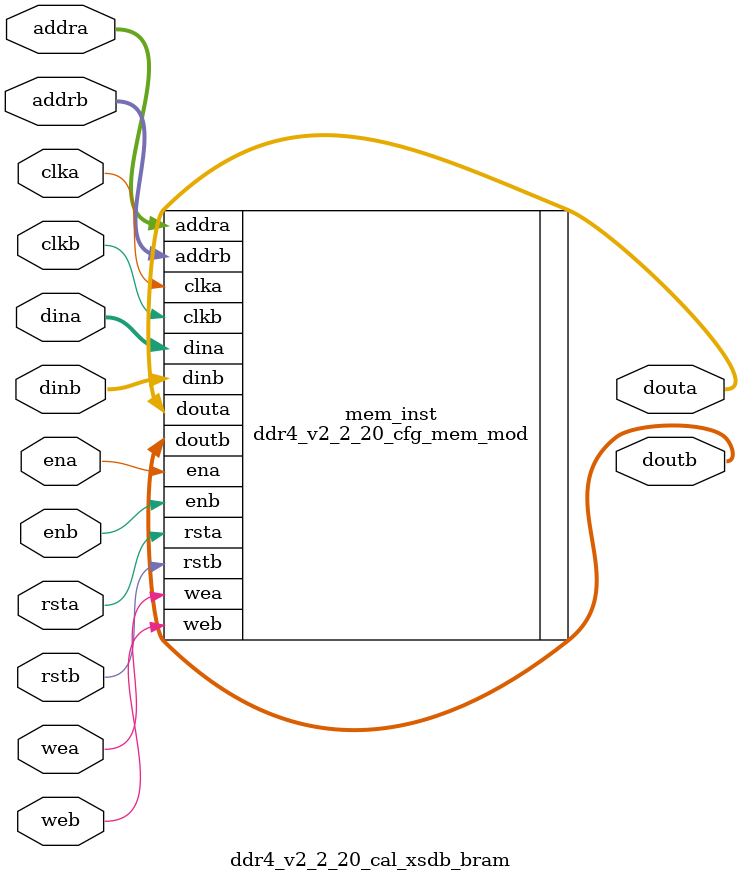
<source format=sv>
/******************************************************************************

******************************************************************************/
//   ____  ____
//  /   /\/   /
// /___/  \  /    Vendor             : AMD
// \   \   \/     Version            : 2.0
//  \   \         Application        : MIG
//  /   /         Filename           : ddr4_v2_2_20_cal_xsdb_bram.sv
// /___/   /\     Date Last Modified : $Date: 2015/04/23 $
// \   \  /  \    Date Created       : Tue May 13 2014
//  \___\/\___\
//
// Device           : UltraScale
// Design Name      : DDR4 SDRAM & DDR3 SDRAM
// Purpose          :
//                   ddr4_v2_2_20_cal_xsdb_bram module
// Reference        :
// Revision History :
//*****************************************************************************
`timescale 1ns / 1ps

(* bram_map="yes" *)

module ddr4_v2_2_20_cal_xsdb_bram
    #(	
    
		parameter       	  MEM                        	  =  "DDR4"
		,parameter       	  DBYTES                     	  =  8 //4
		,parameter            START_ADDRESS                   =  18
		,parameter  		  SPREAD_SHEET_VERSION            =  2
		,parameter            RTL_VERSION                     =  0
		,parameter            MEM_CODE                        =  0
		,parameter  		  MEMORY_TYPE                     =  (MEM == "DDR4") ? 2 : 1
		,parameter            MEMORY_CONFIGURATION            =  1
		,parameter            MEMORY_VOLTAGE                  =  1
        ,parameter            CLKFBOUT_MULT_PLL               =  4
        ,parameter            DIVCLK_DIVIDE_PLL               =  1
        ,parameter            CLKOUT0_DIVIDE_PLL              =  1
        ,parameter            CLKFBOUT_MULT_MMCM              =  4
        ,parameter            DIVCLK_DIVIDE_MMCM              =  1
        ,parameter            CLKOUT0_DIVIDE_MMCM             =  4
		,parameter  		  DQBITS	                      =  64
		,parameter			  NIBBLE                          =  DQBITS/4
		,parameter  		  BITS_PER_BYTE                   =  8 //DQBITS/DBYTES
		,parameter  		  SLOTS                   =  1
		,parameter  		  ABITS                           =  10
		,parameter  		  BABITS                          =  2
		,parameter       	  BGBITS              	          =  2
		,parameter       	  CKEBITS                  		  =  4
		,parameter       	  CSBITS             	          =  4
		,parameter       	  ODTBITS                    	  =  4
		,parameter       	  DRAM_WIDTH                 	  =  8      // # of DQ per DQS
		,parameter       	  RANKS                      	  =  4 // 1      //1, 2, 3, or 4
		,parameter            S_HEIGHT                        =  1
		,parameter       	  nCK_PER_CLK                	  =  1      // # of memory CKs per fabric CLK
        ,parameter            tCK                             =  2000		
		,parameter       	  DM_DBI_SETTING             	  =  7     //// 3bits requried all 7
		,parameter            BISC_EN                         =  0
		,parameter       	  USE_CS_PORT             	      =  1     //// 1 bit
		,parameter            EXTRA_CMD_DELAY                 =  0     //// 1 bit
		,parameter            REG_CTRL_ON                     =  0     // RDIMM register control
		,parameter            CA_MIRROR                       =  0     //// 1 bit
		,parameter       	  DQS_GATE                   	  =  7
		,parameter       	  WRLVL                      	  =  7
		,parameter       	  RDLVL                      	  =  7
		,parameter       	  RDLVL_DBI                       =  7
		,parameter       	  WR_DQS_DQ                  	  =  7
		,parameter       	  WR_DQS_DM_DBI                   =  7
		,parameter            WRITE_LAT                       =  7
		,parameter       	  RDLVL_COMPLEX                   =  3     ///2 bits required all 3
		,parameter       	  WR_DQS_COMPLEX                  =  3     ///2 bits required all 3
		,parameter       	  DQS_TRACKING               	  =  3
		,parameter       	  RD_VREF                    	  =  3
		,parameter       	  RD_VREF_PATTERN                 =  3
		,parameter       	  WR_VREF                    	  =  3
		,parameter       	  WR_VREF_PATTERN                 =  3
		,parameter       	  DQS_SAMPLE_CNT             	  =  127
		,parameter       	  WRLVL_SAMPLE_CNT           	  =  255
		,parameter       	  RDLVL_SAMPLE_CNT           	  =  127
		,parameter       	  COMPLEX_LOOP_CNT           	  =  255
		,parameter       	  IODELAY_QTR_CK_TAP_CNT     	  =  255
		,parameter       	  DEBUG_MESSAGES     	          =  0
		,parameter         	  MR0                     		  =  13'b0000000110000
		,parameter         	  MR1                     		  =  13'b0000100000001 //RTT_NOM=RZQ/4 (60 Ohm)
		,parameter         	  MR2                     		  =  13'b0000000011000
		,parameter         	  MR3                     		  =  13'b0000000000000
		,parameter         	  MR4                     		  =  13'b0000000000000
		,parameter         	  MR5                     		  =  13'b0010000000000
		,parameter         	  MR6                     		  =  13'b0100000000000
		,parameter            ODTWR                           = 16'h0000
		,parameter            ODTRD                           = 16'h0000
		,parameter            SLOT0_CONFIG                    = 0     // all 9 bits
		,parameter            SLOT1_CONFIG                    = 0     // all 9 bits
		,parameter            SLOT0_FUNC_CS                   = 0     // all 9 bits
		,parameter            SLOT1_FUNC_CS                   = 0     // all 9 bits
		,parameter            SLOT0_ODD_CS                    = 0     // all 9 bits
		,parameter            SLOT1_ODD_CS                    = 0     // all 9 bits
		,parameter            DDR4_REG_RC03                   = 0     // all 9 bits
		,parameter            DDR4_REG_RC04                   = 0     // all 9 bits
		,parameter            DDR4_REG_RC05                   = 0     // all 9 bits
		,parameter            DDR4_REG_RC3X                   = 0     // all 9 bits
		
		,parameter         	  MR0_0                   		  =  MR0[8:0]
		,parameter         	  MR0_1                   		  =  {5'b0,MR0[12:9]}
		,parameter         	  MR1_0                   		  =  MR1[8:0]
		,parameter         	  MR1_1                   		  =  {5'b0,MR1[12:9]}
		,parameter         	  MR2_0                   	 	  =  MR2[8:0]
		,parameter         	  MR2_1                   		  =  {5'b0,MR2[12:9]}
		,parameter         	  MR3_0                   		  =  MR3[8:0]
		,parameter         	  MR3_1                   		  =  {5'b0,MR3[12:9]}
		,parameter         	  MR4_0                   		  =  MR4[8:0]
		,parameter         	  MR4_1                   		  =  {5'b0,MR4[12:9]}
		,parameter         	  MR5_0                   		  =  MR5[8:0]
		,parameter         	  MR5_1                   		  =  {5'b0,MR5[12:9]}
		,parameter         	  MR6_0                   		  =  MR6[8:0]
		,parameter         	  MR6_1                   		  =  {5'b0,MR6[12:9]}
  
       ,parameter NUM_BRAMS    = 1
	   ,parameter SIZE         = 36 * 1024 * NUM_BRAMS
    // Specify INITs as 9 bit blocks (256 locations per blockRAM)
       ,parameter ADDR_WIDTH   = 16
	   ,parameter DATA_WIDTH   = 9
       ,parameter PIPELINE_REG = 1 
    )
  (
	
		clka,
		clkb,
		ena,
		enb,
		addra,
		addrb,
		dina,
		dinb,
		douta,
		doutb,
		wea,
		web,
		rsta,
		rstb
);
input clka;
input clkb;
input ena;
input enb;
input [ADDR_WIDTH-1:0]addra;
input [ADDR_WIDTH-1:0]addrb;
input [DATA_WIDTH-1:0]dina;
input [DATA_WIDTH-1:0]dinb;
input wea;
input web;
input rsta;
input rstb;
output reg [DATA_WIDTH-1:0]douta;
output reg [DATA_WIDTH-1:0]doutb;


// Initial values to the BlockRam 0
localparam [8:0] mem0_init_0 = {4'b0,START_ADDRESS[4:0]};
localparam [8:0] mem0_init_1 = 9'b0;
localparam [8:0] mem0_init_2 = 9'b0;
localparam [8:0] mem0_init_3 = {5'b0,SPREAD_SHEET_VERSION[3:0]};
localparam [8:0] mem0_init_4 = {6'b0,MEMORY_TYPE[2:0]};
localparam [8:0] mem0_init_5 = RANKS;
localparam [8:0] mem0_init_6 = DBYTES[8:0]; // MAN - repeats DBYTES parameter (may hardwire to BYTES for initial SW compatability)
localparam [8:0] mem0_init_7 = NIBBLE[8:0];
localparam [8:0] mem0_init_8 = BITS_PER_BYTE[8:0];
localparam [8:0] mem0_init_9 = 9'b1;
localparam [8:0] mem0_init_10 = 9'b1;
localparam [8:0] mem0_init_11 = 9'b1;
localparam [8:0] mem0_init_12 = SLOTS;
localparam [8:0] mem0_init_13 = 9'b0;
localparam [8:0] mem0_init_14 = 9'b0;
localparam [8:0] mem0_init_15 = 9'b0;
localparam [8:0] mem0_init_16 = 9'b0;
localparam [8:0] mem0_init_17 = 9'b0;
localparam [8:0] mem0_init_18 = RTL_VERSION[8:0];
localparam [8:0] mem0_init_19 = 9'b0;
localparam [8:0] mem0_init_20 = NUM_BRAMS[8:0];
localparam [8:0] mem0_init_21 = {BGBITS[1:0],BABITS[1:0],ABITS[4:0]};
localparam [8:0] mem0_init_22 = {ODTBITS[2:0],CSBITS[2:0],CKEBITS[2:0]};
localparam [8:0] mem0_init_23 = DBYTES[8:0];
localparam [8:0] mem0_init_24 = DRAM_WIDTH[8:0];
localparam [8:0] mem0_init_25 = {CA_MIRROR[0],REG_CTRL_ON[0],EXTRA_CMD_DELAY[0],USE_CS_PORT[0],BISC_EN[0],DM_DBI_SETTING[2:0],nCK_PER_CLK[0]};
localparam [8:0] mem0_init_26 = {RDLVL[2:0],WRLVL[2:0],DQS_GATE[2:0]};
localparam [8:0] mem0_init_27 = {WR_DQS_DM_DBI[2:0],WR_DQS_DQ[2:0],RDLVL_DBI[2:0]};
localparam [8:0] mem0_init_28 = {WR_DQS_COMPLEX[2:0],RDLVL_COMPLEX[2:0],WRITE_LAT[2:0]};
localparam [8:0] mem0_init_29 = {DEBUG_MESSAGES[0],RD_VREF_PATTERN[1:0],WR_VREF_PATTERN[1:0],RD_VREF[1:0],WR_VREF[1:0]};
localparam [8:0] mem0_init_30 = {7'b0,DQS_TRACKING[1:0]};
localparam [8:0] mem0_init_31 = DQS_SAMPLE_CNT[8:0];
localparam [8:0] mem0_init_32 = WRLVL_SAMPLE_CNT[8:0];
localparam [8:0] mem0_init_33 = RDLVL_SAMPLE_CNT[8:0];
localparam [8:0] mem0_init_34 = COMPLEX_LOOP_CNT[8:0];
localparam [8:0] mem0_init_35 = IODELAY_QTR_CK_TAP_CNT[8:0];
localparam [8:0] mem0_init_36 = {5'b0,S_HEIGHT[3:0]};
localparam [8:0] mem0_init_37 = 9'b0;
localparam [8:0] mem0_init_38 = 9'b0;
localparam [8:0] mem0_init_39 = 9'b0;
localparam [8:0] mem0_init_40 = {1'b0, ODTWR[7:0]};
localparam [8:0] mem0_init_41 = {1'b0, ODTWR[15:8]};
localparam [8:0] mem0_init_42 = {1'b0, ODTRD[7:0]};
localparam [8:0] mem0_init_43 = {1'b0, ODTRD[15:8]};
localparam [8:0] mem0_init_44 = SLOT0_CONFIG;
localparam [8:0] mem0_init_45 = SLOT1_CONFIG;
localparam [8:0] mem0_init_46 = SLOT0_FUNC_CS;
localparam [8:0] mem0_init_47 = SLOT1_FUNC_CS;
localparam [8:0] mem0_init_48 = SLOT0_ODD_CS;
localparam [8:0] mem0_init_49 = SLOT1_ODD_CS;
localparam [8:0] mem0_init_50 = DDR4_REG_RC03;
localparam [8:0] mem0_init_51 = DDR4_REG_RC04;
localparam [8:0] mem0_init_52 = DDR4_REG_RC05;
localparam [8:0] mem0_init_53 = DDR4_REG_RC3X;
localparam [8:0] mem0_init_54 = MR0_0[8:0];
localparam [8:0] mem0_init_55 = MR0_1[8:0];
localparam [8:0] mem0_init_56 = MR1_0[8:0];
localparam [8:0] mem0_init_57 = MR1_1[8:0];
localparam [8:0] mem0_init_58 = MR2_0[8:0];
localparam [8:0] mem0_init_59 = MR2_1[8:0];
localparam [8:0] mem0_init_60 = MR3_0[8:0];
localparam [8:0] mem0_init_61 = MR3_1[8:0];
localparam [8:0] mem0_init_62 = MR4_0[8:0];
localparam [8:0] mem0_init_63 = MR4_1[8:0];
localparam [8:0] mem0_init_64 = MR5_0[8:0];
localparam [8:0] mem0_init_65 = MR5_1[8:0];
localparam [8:0] mem0_init_66 = MR6_0[8:0];
localparam [8:0] mem0_init_67 = MR6_1[8:0];
localparam [8:0] mem0_init_68 = 9'b0;
localparam [8:0] mem0_init_69 = tCK[8:0];
localparam [8:0] mem0_init_70 = tCK[16:9];
localparam [8:0] mem0_init_71 = MEMORY_CONFIGURATION[8:0];
localparam [8:0] mem0_init_72 = MEMORY_VOLTAGE[8:0];
localparam [8:0] mem0_init_73 = CLKFBOUT_MULT_PLL[8:0];
localparam [8:0] mem0_init_74 = DIVCLK_DIVIDE_PLL[8:0];
localparam [8:0] mem0_init_75 = CLKFBOUT_MULT_MMCM[8:0];
localparam [8:0] mem0_init_76 = DIVCLK_DIVIDE_MMCM[8:0];
localparam [8:0] mem0_init_77 = 9'b0;
localparam [8:0] mem0_init_78 = 9'b0;
localparam [8:0] mem0_init_79 = 9'b0;
localparam [8:0] mem0_init_80 = 9'b0;
localparam [8:0] mem0_init_81 = 9'b0;
localparam [8:0] mem0_init_82 = 9'b0;
localparam [8:0] mem0_init_83 = 9'b0;
localparam [8:0] mem0_init_84 = 9'b0;
localparam [8:0] mem0_init_85 = 9'b0;
localparam [8:0] mem0_init_86 = 9'b0;
localparam [8:0] mem0_init_87 = 9'b0;
localparam [8:0] mem0_init_88 = 9'b0;
localparam [8:0] mem0_init_89 = 9'b0;
localparam [8:0] mem0_init_90 = 9'b0;
localparam [8:0] mem0_init_91 = 9'b0;
localparam [8:0] mem0_init_92 = 9'b0;
localparam [8:0] mem0_init_93 = 9'b0;
localparam [8:0] mem0_init_94 = 9'b0;
localparam [8:0] mem0_init_95 = 9'b0;
localparam [8:0] mem0_init_96 = 9'b0;
localparam [8:0] mem0_init_97 = 9'b0;
localparam [8:0] mem0_init_98 = 9'b0;
localparam [8:0] mem0_init_99 = 9'b0;
localparam [8:0] mem0_init_100 = 9'b0;
localparam [8:0] mem0_init_101 = 9'b0;
localparam [8:0] mem0_init_102 = 9'b0;
localparam [8:0] mem0_init_103 = 9'b0;
localparam [8:0] mem0_init_104 = 9'b0;
localparam [8:0] mem0_init_105 = 9'b0;
localparam [8:0] mem0_init_106 = 9'b0;
localparam [8:0] mem0_init_107 = 9'b0;
localparam [8:0] mem0_init_108 = 9'b0;
localparam [8:0] mem0_init_109 = 9'b0;
localparam [8:0] mem0_init_110 = 9'b0;
localparam [8:0] mem0_init_111 = 9'b0;
localparam [8:0] mem0_init_112 = 9'b0;
localparam [8:0] mem0_init_113 = 9'b0;
localparam [8:0] mem0_init_114 = 9'b0;
localparam [8:0] mem0_init_115 = 9'b0;
localparam [8:0] mem0_init_116 = 9'b0;
localparam [8:0] mem0_init_117 = 9'b0;
localparam [8:0] mem0_init_118 = 9'b0;
localparam [8:0] mem0_init_119 = 9'b0;
localparam [8:0] mem0_init_120 = 9'b0;
localparam [8:0] mem0_init_121 = 9'b0;
localparam [8:0] mem0_init_122 = 9'b0;
localparam [8:0] mem0_init_123 = 9'b0;
localparam [8:0] mem0_init_124 = 9'b0;
localparam [8:0] mem0_init_125 = 9'b0;
localparam [8:0] mem0_init_126 = 9'b0;
localparam [8:0] mem0_init_127 = 9'b0;
localparam [8:0] mem0_init_128 = 9'b0;
localparam [8:0] mem0_init_129 = 9'b0;
localparam [8:0] mem0_init_130 = 9'b0;
localparam [8:0] mem0_init_131 = 9'b0;
localparam [8:0] mem0_init_132 = 9'b0;
localparam [8:0] mem0_init_133 = 9'b0;
localparam [8:0] mem0_init_134 = 9'b0;
localparam [8:0] mem0_init_135 = 9'b0;
localparam [8:0] mem0_init_136 = 9'b0;
localparam [8:0] mem0_init_137 = 9'b0;
localparam [8:0] mem0_init_138 = 9'b0;
localparam [8:0] mem0_init_139 = 9'b0;
localparam [8:0] mem0_init_140 = 9'b0;
localparam [8:0] mem0_init_141 = 9'b0;
localparam [8:0] mem0_init_142 = 9'b0;
localparam [8:0] mem0_init_143 = 9'b0;
localparam [8:0] mem0_init_144 = 9'b0;
localparam [8:0] mem0_init_145 = 9'b0;
localparam [8:0] mem0_init_146 = 9'b0;
localparam [8:0] mem0_init_147 = 9'b0;
localparam [8:0] mem0_init_148 = 9'b0;
localparam [8:0] mem0_init_149 = 9'b0;
localparam [8:0] mem0_init_150 = 9'b0;
localparam [8:0] mem0_init_151 = 9'b0;
localparam [8:0] mem0_init_152 = 9'b0;
localparam [8:0] mem0_init_153 = 9'b0;
localparam [8:0] mem0_init_154 = 9'b0;
localparam [8:0] mem0_init_155 = 9'b0;
localparam [8:0] mem0_init_156 = 9'b0;
localparam [8:0] mem0_init_157 = 9'b0;
localparam [8:0] mem0_init_158 = 9'b0;
localparam [8:0] mem0_init_159 = 9'b0;
localparam [8:0] mem0_init_160 = 9'b0;
localparam [8:0] mem0_init_161 = 9'b0;
localparam [8:0] mem0_init_162 = 9'b0;
localparam [8:0] mem0_init_163 = 9'b0;
localparam [8:0] mem0_init_164 = 9'b0;
localparam [8:0] mem0_init_165 = 9'b0;
localparam [8:0] mem0_init_166 = 9'b0;
localparam [8:0] mem0_init_167 = 9'b0;
localparam [8:0] mem0_init_168 = 9'b0;
localparam [8:0] mem0_init_169 = 9'b0;
localparam [8:0] mem0_init_170 = 9'b0;
localparam [8:0] mem0_init_171 = 9'b0;
localparam [8:0] mem0_init_172 = 9'b0;
localparam [8:0] mem0_init_173 = 9'b0;
localparam [8:0] mem0_init_174 = 9'b0;
localparam [8:0] mem0_init_175 = 9'b0;
localparam [8:0] mem0_init_176 = 9'b0;
localparam [8:0] mem0_init_177 = 9'b0;
localparam [8:0] mem0_init_178 = 9'b0;
localparam [8:0] mem0_init_179 = 9'b0;
localparam [8:0] mem0_init_180 = 9'b0;
localparam [8:0] mem0_init_181 = 9'b0;
localparam [8:0] mem0_init_182 = 9'b0;
localparam [8:0] mem0_init_183 = 9'b0;
localparam [8:0] mem0_init_184 = 9'b0;
localparam [8:0] mem0_init_185 = 9'b0;
localparam [8:0] mem0_init_186 = 9'b0;
localparam [8:0] mem0_init_187 = 9'b0;
localparam [8:0] mem0_init_188 = 9'b0;
localparam [8:0] mem0_init_189 = 9'b0;
localparam [8:0] mem0_init_190 = 9'b0;
localparam [8:0] mem0_init_191 = 9'b0;
localparam [8:0] mem0_init_192 = 9'b0;
localparam [8:0] mem0_init_193 = 9'b0;
localparam [8:0] mem0_init_194 = 9'b0;
localparam [8:0] mem0_init_195 = 9'b0;
localparam [8:0] mem0_init_196 = 9'b0;
localparam [8:0] mem0_init_197 = 9'b0;
localparam [8:0] mem0_init_198 = 9'b0;
localparam [8:0] mem0_init_199 = 9'b0;
localparam [8:0] mem0_init_200 = 9'b0;
localparam [8:0] mem0_init_201 = 9'b0;
localparam [8:0] mem0_init_202 = 9'b0;
localparam [8:0] mem0_init_203 = 9'b0;
localparam [8:0] mem0_init_204 = 9'b0;
localparam [8:0] mem0_init_205 = 9'b0;
localparam [8:0] mem0_init_206 = 9'b0;
localparam [8:0] mem0_init_207 = 9'b0;
localparam [8:0] mem0_init_208 = 9'b0;
localparam [8:0] mem0_init_209 = 9'b0;
localparam [8:0] mem0_init_210 = 9'b0;
localparam [8:0] mem0_init_211 = 9'b0;
localparam [8:0] mem0_init_212 = 9'b0;
localparam [8:0] mem0_init_213 = 9'b0;
localparam [8:0] mem0_init_214 = 9'b0;
localparam [8:0] mem0_init_215 = 9'b0;
localparam [8:0] mem0_init_216 = 9'b0;
localparam [8:0] mem0_init_217 = 9'b0;
localparam [8:0] mem0_init_218 = 9'b0;
localparam [8:0] mem0_init_219 = 9'b0;
localparam [8:0] mem0_init_220 = 9'b0;
localparam [8:0] mem0_init_221 = 9'b0;
localparam [8:0] mem0_init_222 = 9'b0;
localparam [8:0] mem0_init_223 = 9'b0;
localparam [8:0] mem0_init_224 = 9'b0;
localparam [8:0] mem0_init_225 = 9'b0;
localparam [8:0] mem0_init_226 = 9'b0;
localparam [8:0] mem0_init_227 = 9'b0;
localparam [8:0] mem0_init_228 = 9'b0;
localparam [8:0] mem0_init_229 = 9'b0;
localparam [8:0] mem0_init_230 = 9'b0;
localparam [8:0] mem0_init_231 = 9'b0;
localparam [8:0] mem0_init_232 = 9'b0;
localparam [8:0] mem0_init_233 = 9'b0;
localparam [8:0] mem0_init_234 = 9'b0;
localparam [8:0] mem0_init_235 = 9'b0;
localparam [8:0] mem0_init_236 = 9'b0;
localparam [8:0] mem0_init_237 = 9'b0;
localparam [8:0] mem0_init_238 = 9'b0;
localparam [8:0] mem0_init_239 = 9'b0;
localparam [8:0] mem0_init_240 = 9'b0;
localparam [8:0] mem0_init_241 = 9'b0;
localparam [8:0] mem0_init_242 = 9'b0;
localparam [8:0] mem0_init_243 = 9'b0;
localparam [8:0] mem0_init_244 = 9'b0;
localparam [8:0] mem0_init_245 = 9'b0;
localparam [8:0] mem0_init_246 = 9'b0;
localparam [8:0] mem0_init_247 = 9'b0;
localparam [8:0] mem0_init_248 = 9'b0;
localparam [8:0] mem0_init_249 = 9'b0;
localparam [8:0] mem0_init_250 = 9'b0;
localparam [8:0] mem0_init_251 = 9'b0;
localparam [8:0] mem0_init_252 = 9'b0;
localparam [8:0] mem0_init_253 = 9'b0;
localparam [8:0] mem0_init_254 = 9'b0;
localparam [8:0] mem0_init_255 = 9'b0;

localparam [256*9-1:0] INIT_BRAM0 = {mem0_init_255,mem0_init_254,mem0_init_253,mem0_init_252,mem0_init_251,mem0_init_250,mem0_init_249,mem0_init_248,mem0_init_247,mem0_init_246,mem0_init_245,mem0_init_244,mem0_init_243,mem0_init_242,mem0_init_241,mem0_init_240,mem0_init_239,mem0_init_238,mem0_init_237,mem0_init_236,mem0_init_235,mem0_init_234,mem0_init_233,mem0_init_232,mem0_init_231,mem0_init_230,mem0_init_229,mem0_init_228,mem0_init_227,mem0_init_226,mem0_init_225,mem0_init_224,mem0_init_223,mem0_init_222,mem0_init_221,mem0_init_220,mem0_init_219,mem0_init_218,mem0_init_217,mem0_init_216,mem0_init_215,mem0_init_214,mem0_init_213,mem0_init_212,mem0_init_211,mem0_init_210,mem0_init_209,mem0_init_208,mem0_init_207,mem0_init_206,mem0_init_205,mem0_init_204,mem0_init_203,mem0_init_202,mem0_init_201,mem0_init_200,mem0_init_199,mem0_init_198,mem0_init_197,mem0_init_196,mem0_init_195,mem0_init_194,mem0_init_193,mem0_init_192,mem0_init_191,mem0_init_190,mem0_init_189,mem0_init_188,mem0_init_187,mem0_init_186,mem0_init_185,mem0_init_184,mem0_init_183,mem0_init_182,mem0_init_181,mem0_init_180,mem0_init_179,mem0_init_178,mem0_init_177,mem0_init_176,mem0_init_175,mem0_init_174,mem0_init_173,mem0_init_172,mem0_init_171,mem0_init_170,mem0_init_169,mem0_init_168,mem0_init_167,mem0_init_166,mem0_init_165,mem0_init_164,mem0_init_163,mem0_init_162,mem0_init_161,mem0_init_160,mem0_init_159,mem0_init_158,mem0_init_157,mem0_init_156,mem0_init_155,mem0_init_154,mem0_init_153,mem0_init_152,mem0_init_151,mem0_init_150,mem0_init_149,mem0_init_148,mem0_init_147,mem0_init_146,mem0_init_145,mem0_init_144,mem0_init_143,mem0_init_142,mem0_init_141,mem0_init_140,mem0_init_139,mem0_init_138,mem0_init_137,mem0_init_136,mem0_init_135,mem0_init_134,mem0_init_133,mem0_init_132,mem0_init_131,mem0_init_130,mem0_init_129,mem0_init_128,mem0_init_127,mem0_init_126,mem0_init_125,mem0_init_124,mem0_init_123,mem0_init_122,mem0_init_121,mem0_init_120,mem0_init_119,mem0_init_118,mem0_init_117,mem0_init_116,mem0_init_115,mem0_init_114,mem0_init_113,mem0_init_112,mem0_init_111,mem0_init_110,mem0_init_109,mem0_init_108,mem0_init_107,mem0_init_106,mem0_init_105,mem0_init_104,mem0_init_103,mem0_init_102,mem0_init_101,mem0_init_100,mem0_init_99,mem0_init_98,mem0_init_97,mem0_init_96,mem0_init_95,mem0_init_94,mem0_init_93,mem0_init_92,mem0_init_91,mem0_init_90,mem0_init_89,mem0_init_88,mem0_init_87,mem0_init_86,mem0_init_85,mem0_init_84,mem0_init_83,mem0_init_82,mem0_init_81,mem0_init_80,mem0_init_79,mem0_init_78,mem0_init_77,mem0_init_76,mem0_init_75,mem0_init_74,mem0_init_73,mem0_init_72,mem0_init_71,mem0_init_70,mem0_init_69,mem0_init_68,mem0_init_67,mem0_init_66,mem0_init_65,mem0_init_64,mem0_init_63,mem0_init_62,mem0_init_61,mem0_init_60,mem0_init_59,mem0_init_58,mem0_init_57,mem0_init_56,mem0_init_55,mem0_init_54,mem0_init_53,mem0_init_52,mem0_init_51,mem0_init_50,mem0_init_49,mem0_init_48,mem0_init_47,mem0_init_46,mem0_init_45,mem0_init_44,mem0_init_43,mem0_init_42,mem0_init_41,mem0_init_40,mem0_init_39,mem0_init_38,mem0_init_37,mem0_init_36,mem0_init_35,mem0_init_34,mem0_init_33,mem0_init_32,mem0_init_31,mem0_init_30,mem0_init_29,mem0_init_28,mem0_init_27,mem0_init_26,mem0_init_25,mem0_init_24,mem0_init_23,mem0_init_22,mem0_init_21,mem0_init_20,mem0_init_19,mem0_init_18,mem0_init_17,mem0_init_16,mem0_init_15,mem0_init_14,mem0_init_13,mem0_init_12,mem0_init_11,mem0_init_10,mem0_init_9,mem0_init_8,mem0_init_7,mem0_init_6,mem0_init_5,mem0_init_4,mem0_init_3,mem0_init_2,mem0_init_1,mem0_init_0};

// Populate INIT's for rest of BlockRAMs if required
localparam [256*9*NUM_BRAMS-1:0] INIT = ( NUM_BRAMS == 1 ) ? INIT_BRAM0 : ( NUM_BRAMS == 2 ) ? {2304'b0 ,INIT_BRAM0} : {{2{2304'b0}} ,INIT_BRAM0};

ddr4_v2_2_20_cfg_mem_mod # (
               .SIZE(SIZE),
               .INIT(INIT),
               .ADDR_WIDTH(ADDR_WIDTH),
               .DATA_WIDTH(9),
               .PIPELINE_REG(PIPELINE_REG)
              )
     mem_inst (
                .clka(clka),
                .clkb(clkb),
                .ena(ena),
                .enb(enb),
                .addra(addra),
                .addrb(addrb),
                .dina(dina),
                .dinb(dinb),
                .wea(wea),
                .web(web),
                .rsta(rsta),
                .rstb(rstb),
                .douta(douta),
                .doutb(doutb)
               );

endmodule


</source>
